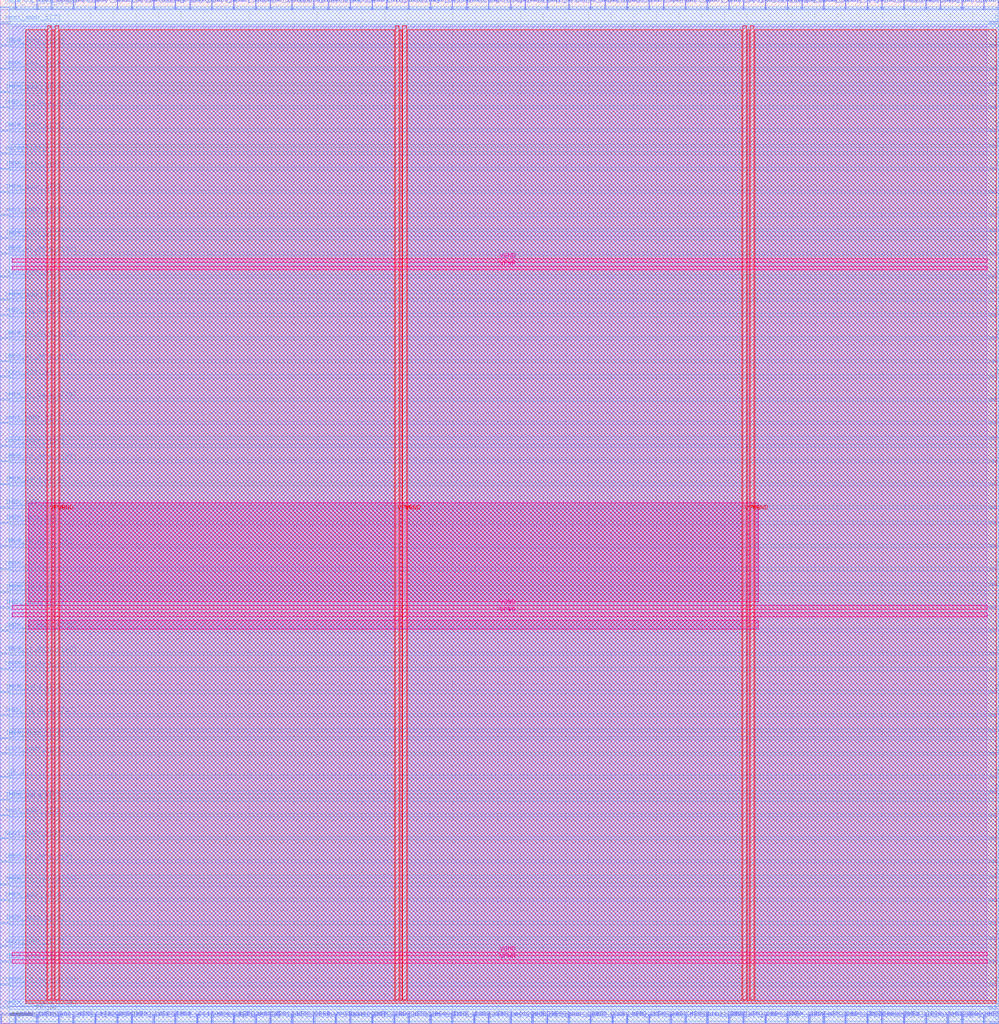
<source format=lef>
VERSION 5.7 ;
  NOWIREEXTENSIONATPIN ON ;
  DIVIDERCHAR "/" ;
  BUSBITCHARS "[]" ;
MACRO toast_top
  CLASS BLOCK ;
  FOREIGN toast_top ;
  ORIGIN 0.000 0.000 ;
  SIZE 441.605 BY 452.325 ;
  PIN DMEM_addr_o[0]
    DIRECTION OUTPUT TRISTATE ;
    USE SIGNAL ;
    PORT
      LAYER met2 ;
        RECT 41.950 0.000 42.230 4.000 ;
    END
  END DMEM_addr_o[0]
  PIN DMEM_addr_o[10]
    DIRECTION OUTPUT TRISTATE ;
    USE SIGNAL ;
    PORT
      LAYER met2 ;
        RECT 180.410 448.325 180.690 452.325 ;
    END
  END DMEM_addr_o[10]
  PIN DMEM_addr_o[11]
    DIRECTION OUTPUT TRISTATE ;
    USE SIGNAL ;
    PORT
      LAYER met2 ;
        RECT 144.990 448.325 145.270 452.325 ;
    END
  END DMEM_addr_o[11]
  PIN DMEM_addr_o[12]
    DIRECTION OUTPUT TRISTATE ;
    USE SIGNAL ;
    PORT
      LAYER met2 ;
        RECT 209.390 0.000 209.670 4.000 ;
    END
  END DMEM_addr_o[12]
  PIN DMEM_addr_o[13]
    DIRECTION OUTPUT TRISTATE ;
    USE SIGNAL ;
    PORT
      LAYER met2 ;
        RECT 363.950 0.000 364.230 4.000 ;
    END
  END DMEM_addr_o[13]
  PIN DMEM_addr_o[14]
    DIRECTION OUTPUT TRISTATE ;
    USE SIGNAL ;
    PORT
      LAYER met3 ;
        RECT 437.605 81.640 441.605 82.240 ;
    END
  END DMEM_addr_o[14]
  PIN DMEM_addr_o[15]
    DIRECTION OUTPUT TRISTATE ;
    USE SIGNAL ;
    PORT
      LAYER met3 ;
        RECT 0.000 421.640 4.000 422.240 ;
    END
  END DMEM_addr_o[15]
  PIN DMEM_addr_o[16]
    DIRECTION OUTPUT TRISTATE ;
    USE SIGNAL ;
    PORT
      LAYER met3 ;
        RECT 0.000 54.440 4.000 55.040 ;
    END
  END DMEM_addr_o[16]
  PIN DMEM_addr_o[17]
    DIRECTION OUTPUT TRISTATE ;
    USE SIGNAL ;
    PORT
      LAYER met3 ;
        RECT 437.605 27.240 441.605 27.840 ;
    END
  END DMEM_addr_o[17]
  PIN DMEM_addr_o[18]
    DIRECTION OUTPUT TRISTATE ;
    USE SIGNAL ;
    PORT
      LAYER met2 ;
        RECT 93.470 448.325 93.750 452.325 ;
    END
  END DMEM_addr_o[18]
  PIN DMEM_addr_o[19]
    DIRECTION OUTPUT TRISTATE ;
    USE SIGNAL ;
    PORT
      LAYER met3 ;
        RECT 437.605 248.240 441.605 248.840 ;
    END
  END DMEM_addr_o[19]
  PIN DMEM_addr_o[1]
    DIRECTION OUTPUT TRISTATE ;
    USE SIGNAL ;
    PORT
      LAYER met3 ;
        RECT 437.605 340.040 441.605 340.640 ;
    END
  END DMEM_addr_o[1]
  PIN DMEM_addr_o[20]
    DIRECTION OUTPUT TRISTATE ;
    USE SIGNAL ;
    PORT
      LAYER met2 ;
        RECT 338.190 0.000 338.470 4.000 ;
    END
  END DMEM_addr_o[20]
  PIN DMEM_addr_o[21]
    DIRECTION OUTPUT TRISTATE ;
    USE SIGNAL ;
    PORT
      LAYER met3 ;
        RECT 0.000 319.640 4.000 320.240 ;
    END
  END DMEM_addr_o[21]
  PIN DMEM_addr_o[22]
    DIRECTION OUTPUT TRISTATE ;
    USE SIGNAL ;
    PORT
      LAYER met2 ;
        RECT 347.850 0.000 348.130 4.000 ;
    END
  END DMEM_addr_o[22]
  PIN DMEM_addr_o[23]
    DIRECTION OUTPUT TRISTATE ;
    USE SIGNAL ;
    PORT
      LAYER met2 ;
        RECT 148.210 0.000 148.490 4.000 ;
    END
  END DMEM_addr_o[23]
  PIN DMEM_addr_o[24]
    DIRECTION OUTPUT TRISTATE ;
    USE SIGNAL ;
    PORT
      LAYER met2 ;
        RECT 277.010 448.325 277.290 452.325 ;
    END
  END DMEM_addr_o[24]
  PIN DMEM_addr_o[25]
    DIRECTION OUTPUT TRISTATE ;
    USE SIGNAL ;
    PORT
      LAYER met3 ;
        RECT 0.000 394.440 4.000 395.040 ;
    END
  END DMEM_addr_o[25]
  PIN DMEM_addr_o[26]
    DIRECTION OUTPUT TRISTATE ;
    USE SIGNAL ;
    PORT
      LAYER met2 ;
        RECT 434.790 448.325 435.070 452.325 ;
    END
  END DMEM_addr_o[26]
  PIN DMEM_addr_o[27]
    DIRECTION OUTPUT TRISTATE ;
    USE SIGNAL ;
    PORT
      LAYER met2 ;
        RECT 418.690 0.000 418.970 4.000 ;
    END
  END DMEM_addr_o[27]
  PIN DMEM_addr_o[28]
    DIRECTION OUTPUT TRISTATE ;
    USE SIGNAL ;
    PORT
      LAYER met2 ;
        RECT 138.550 448.325 138.830 452.325 ;
    END
  END DMEM_addr_o[28]
  PIN DMEM_addr_o[29]
    DIRECTION OUTPUT TRISTATE ;
    USE SIGNAL ;
    PORT
      LAYER met3 ;
        RECT 437.605 129.240 441.605 129.840 ;
    END
  END DMEM_addr_o[29]
  PIN DMEM_addr_o[2]
    DIRECTION OUTPUT TRISTATE ;
    USE SIGNAL ;
    PORT
      LAYER met2 ;
        RECT 277.010 0.000 277.290 4.000 ;
    END
  END DMEM_addr_o[2]
  PIN DMEM_addr_o[30]
    DIRECTION OUTPUT TRISTATE ;
    USE SIGNAL ;
    PORT
      LAYER met3 ;
        RECT 437.605 238.040 441.605 238.640 ;
    END
  END DMEM_addr_o[30]
  PIN DMEM_addr_o[31]
    DIRECTION OUTPUT TRISTATE ;
    USE SIGNAL ;
    PORT
      LAYER met2 ;
        RECT 83.810 448.325 84.090 452.325 ;
    END
  END DMEM_addr_o[31]
  PIN DMEM_addr_o[3]
    DIRECTION OUTPUT TRISTATE ;
    USE SIGNAL ;
    PORT
      LAYER met2 ;
        RECT 22.630 448.325 22.910 452.325 ;
    END
  END DMEM_addr_o[3]
  PIN DMEM_addr_o[4]
    DIRECTION OUTPUT TRISTATE ;
    USE SIGNAL ;
    PORT
      LAYER met2 ;
        RECT 363.950 448.325 364.230 452.325 ;
    END
  END DMEM_addr_o[4]
  PIN DMEM_addr_o[5]
    DIRECTION OUTPUT TRISTATE ;
    USE SIGNAL ;
    PORT
      LAYER met2 ;
        RECT 260.910 0.000 261.190 4.000 ;
    END
  END DMEM_addr_o[5]
  PIN DMEM_addr_o[6]
    DIRECTION OUTPUT TRISTATE ;
    USE SIGNAL ;
    PORT
      LAYER met3 ;
        RECT 437.605 404.640 441.605 405.240 ;
    END
  END DMEM_addr_o[6]
  PIN DMEM_addr_o[7]
    DIRECTION OUTPUT TRISTATE ;
    USE SIGNAL ;
    PORT
      LAYER met3 ;
        RECT 437.605 350.240 441.605 350.840 ;
    END
  END DMEM_addr_o[7]
  PIN DMEM_addr_o[8]
    DIRECTION OUTPUT TRISTATE ;
    USE SIGNAL ;
    PORT
      LAYER met3 ;
        RECT 437.605 183.640 441.605 184.240 ;
    END
  END DMEM_addr_o[8]
  PIN DMEM_addr_o[9]
    DIRECTION OUTPUT TRISTATE ;
    USE SIGNAL ;
    PORT
      LAYER met3 ;
        RECT 437.605 146.240 441.605 146.840 ;
    END
  END DMEM_addr_o[9]
  PIN DMEM_rd_data_i[0]
    DIRECTION INPUT ;
    USE SIGNAL ;
    PORT
      LAYER met2 ;
        RECT 164.310 448.325 164.590 452.325 ;
    END
  END DMEM_rd_data_i[0]
  PIN DMEM_rd_data_i[10]
    DIRECTION INPUT ;
    USE SIGNAL ;
    PORT
      LAYER met2 ;
        RECT 215.830 448.325 216.110 452.325 ;
    END
  END DMEM_rd_data_i[10]
  PIN DMEM_rd_data_i[11]
    DIRECTION INPUT ;
    USE SIGNAL ;
    PORT
      LAYER met2 ;
        RECT 389.710 448.325 389.990 452.325 ;
    END
  END DMEM_rd_data_i[11]
  PIN DMEM_rd_data_i[12]
    DIRECTION INPUT ;
    USE SIGNAL ;
    PORT
      LAYER met3 ;
        RECT 437.605 54.440 441.605 55.040 ;
    END
  END DMEM_rd_data_i[12]
  PIN DMEM_rd_data_i[13]
    DIRECTION INPUT ;
    USE SIGNAL ;
    PORT
      LAYER met2 ;
        RECT 328.530 448.325 328.810 452.325 ;
    END
  END DMEM_rd_data_i[13]
  PIN DMEM_rd_data_i[14]
    DIRECTION INPUT ;
    USE SIGNAL ;
    PORT
      LAYER met3 ;
        RECT 0.000 312.840 4.000 313.440 ;
    END
  END DMEM_rd_data_i[14]
  PIN DMEM_rd_data_i[15]
    DIRECTION INPUT ;
    USE SIGNAL ;
    PORT
      LAYER met2 ;
        RECT 383.270 448.325 383.550 452.325 ;
    END
  END DMEM_rd_data_i[15]
  PIN DMEM_rd_data_i[16]
    DIRECTION INPUT ;
    USE SIGNAL ;
    PORT
      LAYER met2 ;
        RECT 296.330 0.000 296.610 4.000 ;
    END
  END DMEM_rd_data_i[16]
  PIN DMEM_rd_data_i[17]
    DIRECTION INPUT ;
    USE SIGNAL ;
    PORT
      LAYER met3 ;
        RECT 0.000 136.040 4.000 136.640 ;
    END
  END DMEM_rd_data_i[17]
  PIN DMEM_rd_data_i[18]
    DIRECTION INPUT ;
    USE SIGNAL ;
    PORT
      LAYER met3 ;
        RECT 0.000 17.040 4.000 17.640 ;
    END
  END DMEM_rd_data_i[18]
  PIN DMEM_rd_data_i[19]
    DIRECTION INPUT ;
    USE SIGNAL ;
    PORT
      LAYER met2 ;
        RECT 235.150 0.000 235.430 4.000 ;
    END
  END DMEM_rd_data_i[19]
  PIN DMEM_rd_data_i[1]
    DIRECTION INPUT ;
    USE SIGNAL ;
    PORT
      LAYER met2 ;
        RECT 128.890 0.000 129.170 4.000 ;
    END
  END DMEM_rd_data_i[1]
  PIN DMEM_rd_data_i[20]
    DIRECTION INPUT ;
    USE SIGNAL ;
    PORT
      LAYER met3 ;
        RECT 437.605 227.840 441.605 228.440 ;
    END
  END DMEM_rd_data_i[20]
  PIN DMEM_rd_data_i[21]
    DIRECTION INPUT ;
    USE SIGNAL ;
    PORT
      LAYER met3 ;
        RECT 437.605 431.840 441.605 432.440 ;
    END
  END DMEM_rd_data_i[21]
  PIN DMEM_rd_data_i[22]
    DIRECTION INPUT ;
    USE SIGNAL ;
    PORT
      LAYER met2 ;
        RECT 347.850 448.325 348.130 452.325 ;
    END
  END DMEM_rd_data_i[22]
  PIN DMEM_rd_data_i[23]
    DIRECTION INPUT ;
    USE SIGNAL ;
    PORT
      LAYER met3 ;
        RECT 0.000 448.840 4.000 449.440 ;
    END
  END DMEM_rd_data_i[23]
  PIN DMEM_rd_data_i[24]
    DIRECTION INPUT ;
    USE SIGNAL ;
    PORT
      LAYER met2 ;
        RECT 170.750 448.325 171.030 452.325 ;
    END
  END DMEM_rd_data_i[24]
  PIN DMEM_rd_data_i[25]
    DIRECTION INPUT ;
    USE SIGNAL ;
    PORT
      LAYER met2 ;
        RECT 434.790 0.000 435.070 4.000 ;
    END
  END DMEM_rd_data_i[25]
  PIN DMEM_rd_data_i[26]
    DIRECTION INPUT ;
    USE SIGNAL ;
    PORT
      LAYER met3 ;
        RECT 0.000 302.640 4.000 303.240 ;
    END
  END DMEM_rd_data_i[26]
  PIN DMEM_rd_data_i[27]
    DIRECTION INPUT ;
    USE SIGNAL ;
    PORT
      LAYER met3 ;
        RECT 0.000 248.240 4.000 248.840 ;
    END
  END DMEM_rd_data_i[27]
  PIN DMEM_rd_data_i[28]
    DIRECTION INPUT ;
    USE SIGNAL ;
    PORT
      LAYER met3 ;
        RECT 437.605 119.040 441.605 119.640 ;
    END
  END DMEM_rd_data_i[28]
  PIN DMEM_rd_data_i[29]
    DIRECTION INPUT ;
    USE SIGNAL ;
    PORT
      LAYER met3 ;
        RECT 0.000 6.840 4.000 7.440 ;
    END
  END DMEM_rd_data_i[29]
  PIN DMEM_rd_data_i[2]
    DIRECTION INPUT ;
    USE SIGNAL ;
    PORT
      LAYER met3 ;
        RECT 437.605 367.240 441.605 367.840 ;
    END
  END DMEM_rd_data_i[2]
  PIN DMEM_rd_data_i[30]
    DIRECTION INPUT ;
    USE SIGNAL ;
    PORT
      LAYER met3 ;
        RECT 0.000 61.240 4.000 61.840 ;
    END
  END DMEM_rd_data_i[30]
  PIN DMEM_rd_data_i[31]
    DIRECTION INPUT ;
    USE SIGNAL ;
    PORT
      LAYER met2 ;
        RECT 103.130 448.325 103.410 452.325 ;
    END
  END DMEM_rd_data_i[31]
  PIN DMEM_rd_data_i[3]
    DIRECTION INPUT ;
    USE SIGNAL ;
    PORT
      LAYER met2 ;
        RECT 93.470 0.000 93.750 4.000 ;
    END
  END DMEM_rd_data_i[3]
  PIN DMEM_rd_data_i[4]
    DIRECTION INPUT ;
    USE SIGNAL ;
    PORT
      LAYER met2 ;
        RECT 119.230 448.325 119.510 452.325 ;
    END
  END DMEM_rd_data_i[4]
  PIN DMEM_rd_data_i[5]
    DIRECTION INPUT ;
    USE SIGNAL ;
    PORT
      LAYER met2 ;
        RECT 399.370 0.000 399.650 4.000 ;
    END
  END DMEM_rd_data_i[5]
  PIN DMEM_rd_data_i[6]
    DIRECTION INPUT ;
    USE SIGNAL ;
    PORT
      LAYER met2 ;
        RECT 215.830 0.000 216.110 4.000 ;
    END
  END DMEM_rd_data_i[6]
  PIN DMEM_rd_data_i[7]
    DIRECTION INPUT ;
    USE SIGNAL ;
    PORT
      LAYER met2 ;
        RECT 128.890 448.325 129.170 452.325 ;
    END
  END DMEM_rd_data_i[7]
  PIN DMEM_rd_data_i[8]
    DIRECTION INPUT ;
    USE SIGNAL ;
    PORT
      LAYER met3 ;
        RECT 0.000 210.840 4.000 211.440 ;
    END
  END DMEM_rd_data_i[8]
  PIN DMEM_rd_data_i[9]
    DIRECTION INPUT ;
    USE SIGNAL ;
    PORT
      LAYER met2 ;
        RECT 32.290 0.000 32.570 4.000 ;
    END
  END DMEM_rd_data_i[9]
  PIN DMEM_rst_o
    DIRECTION OUTPUT TRISTATE ;
    USE SIGNAL ;
    PORT
      LAYER met3 ;
        RECT 0.000 200.640 4.000 201.240 ;
    END
  END DMEM_rst_o
  PIN DMEM_wr_byte_en_o[0]
    DIRECTION OUTPUT TRISTATE ;
    USE SIGNAL ;
    PORT
      LAYER met3 ;
        RECT 437.605 6.840 441.605 7.440 ;
    END
  END DMEM_wr_byte_en_o[0]
  PIN DMEM_wr_byte_en_o[1]
    DIRECTION OUTPUT TRISTATE ;
    USE SIGNAL ;
    PORT
      LAYER met3 ;
        RECT 437.605 265.240 441.605 265.840 ;
    END
  END DMEM_wr_byte_en_o[1]
  PIN DMEM_wr_byte_en_o[2]
    DIRECTION OUTPUT TRISTATE ;
    USE SIGNAL ;
    PORT
      LAYER met2 ;
        RECT 77.370 0.000 77.650 4.000 ;
    END
  END DMEM_wr_byte_en_o[2]
  PIN DMEM_wr_byte_en_o[3]
    DIRECTION OUTPUT TRISTATE ;
    USE SIGNAL ;
    PORT
      LAYER met2 ;
        RECT 322.090 448.325 322.370 452.325 ;
    END
  END DMEM_wr_byte_en_o[3]
  PIN DMEM_wr_data_o[0]
    DIRECTION OUTPUT TRISTATE ;
    USE SIGNAL ;
    PORT
      LAYER met2 ;
        RECT 112.790 448.325 113.070 452.325 ;
    END
  END DMEM_wr_data_o[0]
  PIN DMEM_wr_data_o[10]
    DIRECTION OUTPUT TRISTATE ;
    USE SIGNAL ;
    PORT
      LAYER met3 ;
        RECT 437.605 442.040 441.605 442.640 ;
    END
  END DMEM_wr_data_o[10]
  PIN DMEM_wr_data_o[11]
    DIRECTION OUTPUT TRISTATE ;
    USE SIGNAL ;
    PORT
      LAYER met3 ;
        RECT 0.000 156.440 4.000 157.040 ;
    END
  END DMEM_wr_data_o[11]
  PIN DMEM_wr_data_o[12]
    DIRECTION OUTPUT TRISTATE ;
    USE SIGNAL ;
    PORT
      LAYER met3 ;
        RECT 0.000 340.040 4.000 340.640 ;
    END
  END DMEM_wr_data_o[12]
  PIN DMEM_wr_data_o[13]
    DIRECTION OUTPUT TRISTATE ;
    USE SIGNAL ;
    PORT
      LAYER met3 ;
        RECT 437.605 275.440 441.605 276.040 ;
    END
  END DMEM_wr_data_o[13]
  PIN DMEM_wr_data_o[14]
    DIRECTION OUTPUT TRISTATE ;
    USE SIGNAL ;
    PORT
      LAYER met3 ;
        RECT 437.605 387.640 441.605 388.240 ;
    END
  END DMEM_wr_data_o[14]
  PIN DMEM_wr_data_o[15]
    DIRECTION OUTPUT TRISTATE ;
    USE SIGNAL ;
    PORT
      LAYER met3 ;
        RECT 437.605 102.040 441.605 102.640 ;
    END
  END DMEM_wr_data_o[15]
  PIN DMEM_wr_data_o[16]
    DIRECTION OUTPUT TRISTATE ;
    USE SIGNAL ;
    PORT
      LAYER met2 ;
        RECT 357.510 0.000 357.790 4.000 ;
    END
  END DMEM_wr_data_o[16]
  PIN DMEM_wr_data_o[17]
    DIRECTION OUTPUT TRISTATE ;
    USE SIGNAL ;
    PORT
      LAYER met3 ;
        RECT 0.000 292.440 4.000 293.040 ;
    END
  END DMEM_wr_data_o[17]
  PIN DMEM_wr_data_o[18]
    DIRECTION OUTPUT TRISTATE ;
    USE SIGNAL ;
    PORT
      LAYER met3 ;
        RECT 437.605 71.440 441.605 72.040 ;
    END
  END DMEM_wr_data_o[18]
  PIN DMEM_wr_data_o[19]
    DIRECTION OUTPUT TRISTATE ;
    USE SIGNAL ;
    PORT
      LAYER met3 ;
        RECT 0.000 275.440 4.000 276.040 ;
    END
  END DMEM_wr_data_o[19]
  PIN DMEM_wr_data_o[1]
    DIRECTION OUTPUT TRISTATE ;
    USE SIGNAL ;
    PORT
      LAYER met3 ;
        RECT 437.605 156.440 441.605 157.040 ;
    END
  END DMEM_wr_data_o[1]
  PIN DMEM_wr_data_o[20]
    DIRECTION OUTPUT TRISTATE ;
    USE SIGNAL ;
    PORT
      LAYER met3 ;
        RECT 0.000 163.240 4.000 163.840 ;
    END
  END DMEM_wr_data_o[20]
  PIN DMEM_wr_data_o[21]
    DIRECTION OUTPUT TRISTATE ;
    USE SIGNAL ;
    PORT
      LAYER met3 ;
        RECT 437.605 258.440 441.605 259.040 ;
    END
  END DMEM_wr_data_o[21]
  PIN DMEM_wr_data_o[22]
    DIRECTION OUTPUT TRISTATE ;
    USE SIGNAL ;
    PORT
      LAYER met2 ;
        RECT 441.230 448.325 441.510 452.325 ;
    END
  END DMEM_wr_data_o[22]
  PIN DMEM_wr_data_o[23]
    DIRECTION OUTPUT TRISTATE ;
    USE SIGNAL ;
    PORT
      LAYER met2 ;
        RECT 338.190 448.325 338.470 452.325 ;
    END
  END DMEM_wr_data_o[23]
  PIN DMEM_wr_data_o[24]
    DIRECTION OUTPUT TRISTATE ;
    USE SIGNAL ;
    PORT
      LAYER met2 ;
        RECT 138.550 0.000 138.830 4.000 ;
    END
  END DMEM_wr_data_o[24]
  PIN DMEM_wr_data_o[25]
    DIRECTION OUTPUT TRISTATE ;
    USE SIGNAL ;
    PORT
      LAYER met3 ;
        RECT 0.000 173.440 4.000 174.040 ;
    END
  END DMEM_wr_data_o[25]
  PIN DMEM_wr_data_o[26]
    DIRECTION OUTPUT TRISTATE ;
    USE SIGNAL ;
    PORT
      LAYER met3 ;
        RECT 0.000 404.640 4.000 405.240 ;
    END
  END DMEM_wr_data_o[26]
  PIN DMEM_wr_data_o[27]
    DIRECTION OUTPUT TRISTATE ;
    USE SIGNAL ;
    PORT
      LAYER met2 ;
        RECT 251.250 448.325 251.530 452.325 ;
    END
  END DMEM_wr_data_o[27]
  PIN DMEM_wr_data_o[28]
    DIRECTION OUTPUT TRISTATE ;
    USE SIGNAL ;
    PORT
      LAYER met2 ;
        RECT 373.610 448.325 373.890 452.325 ;
    END
  END DMEM_wr_data_o[28]
  PIN DMEM_wr_data_o[29]
    DIRECTION OUTPUT TRISTATE ;
    USE SIGNAL ;
    PORT
      LAYER met2 ;
        RECT 58.050 448.325 58.330 452.325 ;
    END
  END DMEM_wr_data_o[29]
  PIN DMEM_wr_data_o[2]
    DIRECTION OUTPUT TRISTATE ;
    USE SIGNAL ;
    PORT
      LAYER met2 ;
        RECT 190.070 448.325 190.350 452.325 ;
    END
  END DMEM_wr_data_o[2]
  PIN DMEM_wr_data_o[30]
    DIRECTION OUTPUT TRISTATE ;
    USE SIGNAL ;
    PORT
      LAYER met3 ;
        RECT 437.605 323.040 441.605 323.640 ;
    END
  END DMEM_wr_data_o[30]
  PIN DMEM_wr_data_o[31]
    DIRECTION OUTPUT TRISTATE ;
    USE SIGNAL ;
    PORT
      LAYER met2 ;
        RECT 241.590 448.325 241.870 452.325 ;
    END
  END DMEM_wr_data_o[31]
  PIN DMEM_wr_data_o[3]
    DIRECTION OUTPUT TRISTATE ;
    USE SIGNAL ;
    PORT
      LAYER met2 ;
        RECT 322.090 0.000 322.370 4.000 ;
    END
  END DMEM_wr_data_o[3]
  PIN DMEM_wr_data_o[4]
    DIRECTION OUTPUT TRISTATE ;
    USE SIGNAL ;
    PORT
      LAYER met3 ;
        RECT 437.605 357.040 441.605 357.640 ;
    END
  END DMEM_wr_data_o[4]
  PIN DMEM_wr_data_o[5]
    DIRECTION OUTPUT TRISTATE ;
    USE SIGNAL ;
    PORT
      LAYER met2 ;
        RECT 373.610 0.000 373.890 4.000 ;
    END
  END DMEM_wr_data_o[5]
  PIN DMEM_wr_data_o[6]
    DIRECTION OUTPUT TRISTATE ;
    USE SIGNAL ;
    PORT
      LAYER met2 ;
        RECT 51.610 448.325 51.890 452.325 ;
    END
  END DMEM_wr_data_o[6]
  PIN DMEM_wr_data_o[7]
    DIRECTION OUTPUT TRISTATE ;
    USE SIGNAL ;
    PORT
      LAYER met3 ;
        RECT 437.605 292.440 441.605 293.040 ;
    END
  END DMEM_wr_data_o[7]
  PIN DMEM_wr_data_o[8]
    DIRECTION OUTPUT TRISTATE ;
    USE SIGNAL ;
    PORT
      LAYER met3 ;
        RECT 437.605 414.840 441.605 415.440 ;
    END
  END DMEM_wr_data_o[8]
  PIN DMEM_wr_data_o[9]
    DIRECTION OUTPUT TRISTATE ;
    USE SIGNAL ;
    PORT
      LAYER met3 ;
        RECT 0.000 71.440 4.000 72.040 ;
    END
  END DMEM_wr_data_o[9]
  PIN IMEM_addr_o[0]
    DIRECTION OUTPUT TRISTATE ;
    USE SIGNAL ;
    PORT
      LAYER met3 ;
        RECT 0.000 27.240 4.000 27.840 ;
    END
  END IMEM_addr_o[0]
  PIN IMEM_addr_o[10]
    DIRECTION OUTPUT TRISTATE ;
    USE SIGNAL ;
    PORT
      LAYER met2 ;
        RECT 16.190 448.325 16.470 452.325 ;
    END
  END IMEM_addr_o[10]
  PIN IMEM_addr_o[11]
    DIRECTION OUTPUT TRISTATE ;
    USE SIGNAL ;
    PORT
      LAYER met3 ;
        RECT 0.000 227.840 4.000 228.440 ;
    END
  END IMEM_addr_o[11]
  PIN IMEM_addr_o[12]
    DIRECTION OUTPUT TRISTATE ;
    USE SIGNAL ;
    PORT
      LAYER met2 ;
        RECT 180.410 0.000 180.690 4.000 ;
    END
  END IMEM_addr_o[12]
  PIN IMEM_addr_o[13]
    DIRECTION OUTPUT TRISTATE ;
    USE SIGNAL ;
    PORT
      LAYER met3 ;
        RECT 437.605 37.440 441.605 38.040 ;
    END
  END IMEM_addr_o[13]
  PIN IMEM_addr_o[14]
    DIRECTION OUTPUT TRISTATE ;
    USE SIGNAL ;
    PORT
      LAYER met3 ;
        RECT 0.000 411.440 4.000 412.040 ;
    END
  END IMEM_addr_o[14]
  PIN IMEM_addr_o[15]
    DIRECTION OUTPUT TRISTATE ;
    USE SIGNAL ;
    PORT
      LAYER met2 ;
        RECT 286.670 0.000 286.950 4.000 ;
    END
  END IMEM_addr_o[15]
  PIN IMEM_addr_o[16]
    DIRECTION OUTPUT TRISTATE ;
    USE SIGNAL ;
    PORT
      LAYER met2 ;
        RECT 267.350 448.325 267.630 452.325 ;
    END
  END IMEM_addr_o[16]
  PIN IMEM_addr_o[17]
    DIRECTION OUTPUT TRISTATE ;
    USE SIGNAL ;
    PORT
      LAYER met2 ;
        RECT 286.670 448.325 286.950 452.325 ;
    END
  END IMEM_addr_o[17]
  PIN IMEM_addr_o[18]
    DIRECTION OUTPUT TRISTATE ;
    USE SIGNAL ;
    PORT
      LAYER met2 ;
        RECT 173.970 0.000 174.250 4.000 ;
    END
  END IMEM_addr_o[18]
  PIN IMEM_addr_o[19]
    DIRECTION OUTPUT TRISTATE ;
    USE SIGNAL ;
    PORT
      LAYER met2 ;
        RECT 231.930 448.325 232.210 452.325 ;
    END
  END IMEM_addr_o[19]
  PIN IMEM_addr_o[1]
    DIRECTION OUTPUT TRISTATE ;
    USE SIGNAL ;
    PORT
      LAYER met2 ;
        RECT 383.270 0.000 383.550 4.000 ;
    END
  END IMEM_addr_o[1]
  PIN IMEM_addr_o[20]
    DIRECTION OUTPUT TRISTATE ;
    USE SIGNAL ;
    PORT
      LAYER met2 ;
        RECT 415.470 448.325 415.750 452.325 ;
    END
  END IMEM_addr_o[20]
  PIN IMEM_addr_o[21]
    DIRECTION OUTPUT TRISTATE ;
    USE SIGNAL ;
    PORT
      LAYER met2 ;
        RECT 164.310 0.000 164.590 4.000 ;
    END
  END IMEM_addr_o[21]
  PIN IMEM_addr_o[22]
    DIRECTION OUTPUT TRISTATE ;
    USE SIGNAL ;
    PORT
      LAYER met3 ;
        RECT 0.000 346.840 4.000 347.440 ;
    END
  END IMEM_addr_o[22]
  PIN IMEM_addr_o[23]
    DIRECTION OUTPUT TRISTATE ;
    USE SIGNAL ;
    PORT
      LAYER met3 ;
        RECT 0.000 377.440 4.000 378.040 ;
    END
  END IMEM_addr_o[23]
  PIN IMEM_addr_o[24]
    DIRECTION OUTPUT TRISTATE ;
    USE SIGNAL ;
    PORT
      LAYER met3 ;
        RECT 437.605 64.640 441.605 65.240 ;
    END
  END IMEM_addr_o[24]
  PIN IMEM_addr_o[25]
    DIRECTION OUTPUT TRISTATE ;
    USE SIGNAL ;
    PORT
      LAYER met3 ;
        RECT 437.605 193.840 441.605 194.440 ;
    END
  END IMEM_addr_o[25]
  PIN IMEM_addr_o[26]
    DIRECTION OUTPUT TRISTATE ;
    USE SIGNAL ;
    PORT
      LAYER met2 ;
        RECT 119.230 0.000 119.510 4.000 ;
    END
  END IMEM_addr_o[26]
  PIN IMEM_addr_o[27]
    DIRECTION OUTPUT TRISTATE ;
    USE SIGNAL ;
    PORT
      LAYER met3 ;
        RECT 437.605 285.640 441.605 286.240 ;
    END
  END IMEM_addr_o[27]
  PIN IMEM_addr_o[28]
    DIRECTION OUTPUT TRISTATE ;
    USE SIGNAL ;
    PORT
      LAYER met3 ;
        RECT 437.605 17.040 441.605 17.640 ;
    END
  END IMEM_addr_o[28]
  PIN IMEM_addr_o[29]
    DIRECTION OUTPUT TRISTATE ;
    USE SIGNAL ;
    PORT
      LAYER met2 ;
        RECT 32.290 448.325 32.570 452.325 ;
    END
  END IMEM_addr_o[29]
  PIN IMEM_addr_o[2]
    DIRECTION OUTPUT TRISTATE ;
    USE SIGNAL ;
    PORT
      LAYER met3 ;
        RECT 0.000 367.240 4.000 367.840 ;
    END
  END IMEM_addr_o[2]
  PIN IMEM_addr_o[30]
    DIRECTION OUTPUT TRISTATE ;
    USE SIGNAL ;
    PORT
      LAYER met2 ;
        RECT 241.590 0.000 241.870 4.000 ;
    END
  END IMEM_addr_o[30]
  PIN IMEM_addr_o[31]
    DIRECTION OUTPUT TRISTATE ;
    USE SIGNAL ;
    PORT
      LAYER met2 ;
        RECT 103.130 0.000 103.410 4.000 ;
    END
  END IMEM_addr_o[31]
  PIN IMEM_addr_o[3]
    DIRECTION OUTPUT TRISTATE ;
    USE SIGNAL ;
    PORT
      LAYER met2 ;
        RECT 16.190 0.000 16.470 4.000 ;
    END
  END IMEM_addr_o[3]
  PIN IMEM_addr_o[4]
    DIRECTION OUTPUT TRISTATE ;
    USE SIGNAL ;
    PORT
      LAYER met2 ;
        RECT 328.530 0.000 328.810 4.000 ;
    END
  END IMEM_addr_o[4]
  PIN IMEM_addr_o[5]
    DIRECTION OUTPUT TRISTATE ;
    USE SIGNAL ;
    PORT
      LAYER met2 ;
        RECT 425.130 0.000 425.410 4.000 ;
    END
  END IMEM_addr_o[5]
  PIN IMEM_addr_o[6]
    DIRECTION OUTPUT TRISTATE ;
    USE SIGNAL ;
    PORT
      LAYER met2 ;
        RECT 399.370 448.325 399.650 452.325 ;
    END
  END IMEM_addr_o[6]
  PIN IMEM_addr_o[7]
    DIRECTION OUTPUT TRISTATE ;
    USE SIGNAL ;
    PORT
      LAYER met3 ;
        RECT 437.605 200.640 441.605 201.240 ;
    END
  END IMEM_addr_o[7]
  PIN IMEM_addr_o[8]
    DIRECTION OUTPUT TRISTATE ;
    USE SIGNAL ;
    PORT
      LAYER met2 ;
        RECT 154.650 448.325 154.930 452.325 ;
    END
  END IMEM_addr_o[8]
  PIN IMEM_addr_o[9]
    DIRECTION OUTPUT TRISTATE ;
    USE SIGNAL ;
    PORT
      LAYER met2 ;
        RECT 225.490 448.325 225.770 452.325 ;
    END
  END IMEM_addr_o[9]
  PIN IMEM_data_i[0]
    DIRECTION INPUT ;
    USE SIGNAL ;
    PORT
      LAYER met3 ;
        RECT 0.000 221.040 4.000 221.640 ;
    END
  END IMEM_data_i[0]
  PIN IMEM_data_i[10]
    DIRECTION INPUT ;
    USE SIGNAL ;
    PORT
      LAYER met3 ;
        RECT 0.000 238.040 4.000 238.640 ;
    END
  END IMEM_data_i[10]
  PIN IMEM_data_i[11]
    DIRECTION INPUT ;
    USE SIGNAL ;
    PORT
      LAYER met2 ;
        RECT 67.710 0.000 67.990 4.000 ;
    END
  END IMEM_data_i[11]
  PIN IMEM_data_i[12]
    DIRECTION INPUT ;
    USE SIGNAL ;
    PORT
      LAYER met3 ;
        RECT 0.000 146.240 4.000 146.840 ;
    END
  END IMEM_data_i[12]
  PIN IMEM_data_i[13]
    DIRECTION INPUT ;
    USE SIGNAL ;
    PORT
      LAYER met2 ;
        RECT 199.730 0.000 200.010 4.000 ;
    END
  END IMEM_data_i[13]
  PIN IMEM_data_i[14]
    DIRECTION INPUT ;
    USE SIGNAL ;
    PORT
      LAYER met3 ;
        RECT 437.605 394.440 441.605 395.040 ;
    END
  END IMEM_data_i[14]
  PIN IMEM_data_i[15]
    DIRECTION INPUT ;
    USE SIGNAL ;
    PORT
      LAYER met3 ;
        RECT 0.000 44.240 4.000 44.840 ;
    END
  END IMEM_data_i[15]
  PIN IMEM_data_i[16]
    DIRECTION INPUT ;
    USE SIGNAL ;
    PORT
      LAYER met2 ;
        RECT 260.910 448.325 261.190 452.325 ;
    END
  END IMEM_data_i[16]
  PIN IMEM_data_i[17]
    DIRECTION INPUT ;
    USE SIGNAL ;
    PORT
      LAYER met2 ;
        RECT 51.610 0.000 51.890 4.000 ;
    END
  END IMEM_data_i[17]
  PIN IMEM_data_i[18]
    DIRECTION INPUT ;
    USE SIGNAL ;
    PORT
      LAYER met3 ;
        RECT 437.605 136.040 441.605 136.640 ;
    END
  END IMEM_data_i[18]
  PIN IMEM_data_i[19]
    DIRECTION INPUT ;
    USE SIGNAL ;
    PORT
      LAYER met3 ;
        RECT 0.000 125.840 4.000 126.440 ;
    END
  END IMEM_data_i[19]
  PIN IMEM_data_i[1]
    DIRECTION INPUT ;
    USE SIGNAL ;
    PORT
      LAYER met2 ;
        RECT 77.370 448.325 77.650 452.325 ;
    END
  END IMEM_data_i[1]
  PIN IMEM_data_i[20]
    DIRECTION INPUT ;
    USE SIGNAL ;
    PORT
      LAYER met3 ;
        RECT 437.605 221.040 441.605 221.640 ;
    END
  END IMEM_data_i[20]
  PIN IMEM_data_i[21]
    DIRECTION INPUT ;
    USE SIGNAL ;
    PORT
      LAYER met3 ;
        RECT 0.000 431.840 4.000 432.440 ;
    END
  END IMEM_data_i[21]
  PIN IMEM_data_i[22]
    DIRECTION INPUT ;
    USE SIGNAL ;
    PORT
      LAYER met3 ;
        RECT 0.000 98.640 4.000 99.240 ;
    END
  END IMEM_data_i[22]
  PIN IMEM_data_i[23]
    DIRECTION INPUT ;
    USE SIGNAL ;
    PORT
      LAYER met3 ;
        RECT 437.605 377.440 441.605 378.040 ;
    END
  END IMEM_data_i[23]
  PIN IMEM_data_i[24]
    DIRECTION INPUT ;
    USE SIGNAL ;
    PORT
      LAYER met3 ;
        RECT 0.000 183.640 4.000 184.240 ;
    END
  END IMEM_data_i[24]
  PIN IMEM_data_i[25]
    DIRECTION INPUT ;
    USE SIGNAL ;
    PORT
      LAYER met2 ;
        RECT 112.790 0.000 113.070 4.000 ;
    END
  END IMEM_data_i[25]
  PIN IMEM_data_i[26]
    DIRECTION INPUT ;
    USE SIGNAL ;
    PORT
      LAYER met3 ;
        RECT 437.605 163.240 441.605 163.840 ;
    END
  END IMEM_data_i[26]
  PIN IMEM_data_i[27]
    DIRECTION INPUT ;
    USE SIGNAL ;
    PORT
      LAYER met2 ;
        RECT 302.770 0.000 303.050 4.000 ;
    END
  END IMEM_data_i[27]
  PIN IMEM_data_i[28]
    DIRECTION INPUT ;
    USE SIGNAL ;
    PORT
      LAYER met3 ;
        RECT 437.605 44.240 441.605 44.840 ;
    END
  END IMEM_data_i[28]
  PIN IMEM_data_i[29]
    DIRECTION INPUT ;
    USE SIGNAL ;
    PORT
      LAYER met2 ;
        RECT 6.530 448.325 6.810 452.325 ;
    END
  END IMEM_data_i[29]
  PIN IMEM_data_i[2]
    DIRECTION INPUT ;
    USE SIGNAL ;
    PORT
      LAYER met2 ;
        RECT 389.710 0.000 389.990 4.000 ;
    END
  END IMEM_data_i[2]
  PIN IMEM_data_i[30]
    DIRECTION INPUT ;
    USE SIGNAL ;
    PORT
      LAYER met2 ;
        RECT 58.050 0.000 58.330 4.000 ;
    END
  END IMEM_data_i[30]
  PIN IMEM_data_i[31]
    DIRECTION INPUT ;
    USE SIGNAL ;
    PORT
      LAYER met2 ;
        RECT 190.070 0.000 190.350 4.000 ;
    END
  END IMEM_data_i[31]
  PIN IMEM_data_i[3]
    DIRECTION INPUT ;
    USE SIGNAL ;
    PORT
      LAYER met3 ;
        RECT 437.605 108.840 441.605 109.440 ;
    END
  END IMEM_data_i[3]
  PIN IMEM_data_i[4]
    DIRECTION INPUT ;
    USE SIGNAL ;
    PORT
      LAYER met3 ;
        RECT 437.605 421.640 441.605 422.240 ;
    END
  END IMEM_data_i[4]
  PIN IMEM_data_i[5]
    DIRECTION INPUT ;
    USE SIGNAL ;
    PORT
      LAYER met3 ;
        RECT 437.605 302.640 441.605 303.240 ;
    END
  END IMEM_data_i[5]
  PIN IMEM_data_i[6]
    DIRECTION INPUT ;
    USE SIGNAL ;
    PORT
      LAYER met2 ;
        RECT 409.030 0.000 409.310 4.000 ;
    END
  END IMEM_data_i[6]
  PIN IMEM_data_i[7]
    DIRECTION INPUT ;
    USE SIGNAL ;
    PORT
      LAYER met3 ;
        RECT 0.000 190.440 4.000 191.040 ;
    END
  END IMEM_data_i[7]
  PIN IMEM_data_i[8]
    DIRECTION INPUT ;
    USE SIGNAL ;
    PORT
      LAYER met3 ;
        RECT 437.605 173.440 441.605 174.040 ;
    END
  END IMEM_data_i[8]
  PIN IMEM_data_i[9]
    DIRECTION INPUT ;
    USE SIGNAL ;
    PORT
      LAYER met2 ;
        RECT 6.530 0.000 6.810 4.000 ;
    END
  END IMEM_data_i[9]
  PIN VGND
    DIRECTION INOUT ;
    USE GROUND ;
    PORT
      LAYER met4 ;
        RECT 24.340 10.640 25.940 440.880 ;
    END
    PORT
      LAYER met4 ;
        RECT 177.940 10.640 179.540 440.880 ;
    END
    PORT
      LAYER met4 ;
        RECT 331.540 10.640 333.140 440.880 ;
    END
    PORT
      LAYER met5 ;
        RECT 5.280 30.030 436.320 31.630 ;
    END
    PORT
      LAYER met5 ;
        RECT 5.280 183.210 436.320 184.810 ;
    END
    PORT
      LAYER met5 ;
        RECT 5.280 336.390 436.320 337.990 ;
    END
  END VGND
  PIN VPWR
    DIRECTION INOUT ;
    USE POWER ;
    PORT
      LAYER met4 ;
        RECT 21.040 10.640 22.640 440.880 ;
    END
    PORT
      LAYER met4 ;
        RECT 174.640 10.640 176.240 440.880 ;
    END
    PORT
      LAYER met4 ;
        RECT 328.240 10.640 329.840 440.880 ;
    END
    PORT
      LAYER met5 ;
        RECT 5.280 26.730 436.320 28.330 ;
    END
    PORT
      LAYER met5 ;
        RECT 5.280 179.910 436.320 181.510 ;
    END
    PORT
      LAYER met5 ;
        RECT 5.280 333.090 436.320 334.690 ;
    END
  END VPWR
  PIN boot_addr_i[0]
    DIRECTION INPUT ;
    USE SIGNAL ;
    PORT
      LAYER met3 ;
        RECT 437.605 329.840 441.605 330.440 ;
    END
  END boot_addr_i[0]
  PIN boot_addr_i[10]
    DIRECTION INPUT ;
    USE SIGNAL ;
    PORT
      LAYER met2 ;
        RECT 425.130 448.325 425.410 452.325 ;
    END
  END boot_addr_i[10]
  PIN boot_addr_i[11]
    DIRECTION INPUT ;
    USE SIGNAL ;
    PORT
      LAYER met3 ;
        RECT 437.605 0.040 441.605 0.640 ;
    END
  END boot_addr_i[11]
  PIN boot_addr_i[12]
    DIRECTION INPUT ;
    USE SIGNAL ;
    PORT
      LAYER met2 ;
        RECT 409.030 448.325 409.310 452.325 ;
    END
  END boot_addr_i[12]
  PIN boot_addr_i[13]
    DIRECTION INPUT ;
    USE SIGNAL ;
    PORT
      LAYER met3 ;
        RECT 0.000 265.240 4.000 265.840 ;
    END
  END boot_addr_i[13]
  PIN boot_addr_i[14]
    DIRECTION INPUT ;
    USE SIGNAL ;
    PORT
      LAYER met3 ;
        RECT 0.000 285.640 4.000 286.240 ;
    END
  END boot_addr_i[14]
  PIN boot_addr_i[15]
    DIRECTION INPUT ;
    USE SIGNAL ;
    PORT
      LAYER met2 ;
        RECT 270.570 0.000 270.850 4.000 ;
    END
  END boot_addr_i[15]
  PIN boot_addr_i[16]
    DIRECTION INPUT ;
    USE SIGNAL ;
    PORT
      LAYER met2 ;
        RECT 0.090 0.000 0.370 4.000 ;
    END
  END boot_addr_i[16]
  PIN boot_addr_i[17]
    DIRECTION INPUT ;
    USE SIGNAL ;
    PORT
      LAYER met3 ;
        RECT 0.000 34.040 4.000 34.640 ;
    END
  END boot_addr_i[17]
  PIN boot_addr_i[18]
    DIRECTION INPUT ;
    USE SIGNAL ;
    PORT
      LAYER met3 ;
        RECT 0.000 329.840 4.000 330.440 ;
    END
  END boot_addr_i[18]
  PIN boot_addr_i[19]
    DIRECTION INPUT ;
    USE SIGNAL ;
    PORT
      LAYER met2 ;
        RECT 41.950 448.325 42.230 452.325 ;
    END
  END boot_addr_i[19]
  PIN boot_addr_i[1]
    DIRECTION INPUT ;
    USE SIGNAL ;
    PORT
      LAYER met2 ;
        RECT 206.170 448.325 206.450 452.325 ;
    END
  END boot_addr_i[1]
  PIN boot_addr_i[20]
    DIRECTION INPUT ;
    USE SIGNAL ;
    PORT
      LAYER met3 ;
        RECT 0.000 255.040 4.000 255.640 ;
    END
  END boot_addr_i[20]
  PIN boot_addr_i[21]
    DIRECTION INPUT ;
    USE SIGNAL ;
    PORT
      LAYER met3 ;
        RECT 0.000 119.040 4.000 119.640 ;
    END
  END boot_addr_i[21]
  PIN boot_addr_i[22]
    DIRECTION INPUT ;
    USE SIGNAL ;
    PORT
      LAYER met2 ;
        RECT 25.850 0.000 26.130 4.000 ;
    END
  END boot_addr_i[22]
  PIN boot_addr_i[23]
    DIRECTION INPUT ;
    USE SIGNAL ;
    PORT
      LAYER met2 ;
        RECT 293.110 448.325 293.390 452.325 ;
    END
  END boot_addr_i[23]
  PIN boot_addr_i[24]
    DIRECTION INPUT ;
    USE SIGNAL ;
    PORT
      LAYER met2 ;
        RECT 199.730 448.325 200.010 452.325 ;
    END
  END boot_addr_i[24]
  PIN boot_addr_i[25]
    DIRECTION INPUT ;
    USE SIGNAL ;
    PORT
      LAYER met2 ;
        RECT 225.490 0.000 225.770 4.000 ;
    END
  END boot_addr_i[25]
  PIN boot_addr_i[26]
    DIRECTION INPUT ;
    USE SIGNAL ;
    PORT
      LAYER met2 ;
        RECT 354.290 448.325 354.570 452.325 ;
    END
  END boot_addr_i[26]
  PIN boot_addr_i[27]
    DIRECTION INPUT ;
    USE SIGNAL ;
    PORT
      LAYER met3 ;
        RECT 437.605 91.840 441.605 92.440 ;
    END
  END boot_addr_i[27]
  PIN boot_addr_i[28]
    DIRECTION INPUT ;
    USE SIGNAL ;
    PORT
      LAYER met3 ;
        RECT 0.000 357.040 4.000 357.640 ;
    END
  END boot_addr_i[28]
  PIN boot_addr_i[29]
    DIRECTION INPUT ;
    USE SIGNAL ;
    PORT
      LAYER met3 ;
        RECT 0.000 91.840 4.000 92.440 ;
    END
  END boot_addr_i[29]
  PIN boot_addr_i[2]
    DIRECTION INPUT ;
    USE SIGNAL ;
    PORT
      LAYER met2 ;
        RECT 87.030 0.000 87.310 4.000 ;
    END
  END boot_addr_i[2]
  PIN boot_addr_i[30]
    DIRECTION INPUT ;
    USE SIGNAL ;
    PORT
      LAYER met2 ;
        RECT 154.650 0.000 154.930 4.000 ;
    END
  END boot_addr_i[30]
  PIN boot_addr_i[31]
    DIRECTION INPUT ;
    USE SIGNAL ;
    PORT
      LAYER met3 ;
        RECT 0.000 81.640 4.000 82.240 ;
    END
  END boot_addr_i[31]
  PIN boot_addr_i[3]
    DIRECTION INPUT ;
    USE SIGNAL ;
    PORT
      LAYER met3 ;
        RECT 437.605 312.840 441.605 313.440 ;
    END
  END boot_addr_i[3]
  PIN boot_addr_i[4]
    DIRECTION INPUT ;
    USE SIGNAL ;
    PORT
      LAYER met2 ;
        RECT 251.250 0.000 251.530 4.000 ;
    END
  END boot_addr_i[4]
  PIN boot_addr_i[5]
    DIRECTION INPUT ;
    USE SIGNAL ;
    PORT
      LAYER met2 ;
        RECT 312.430 448.325 312.710 452.325 ;
    END
  END boot_addr_i[5]
  PIN boot_addr_i[6]
    DIRECTION INPUT ;
    USE SIGNAL ;
    PORT
      LAYER met2 ;
        RECT 302.770 448.325 303.050 452.325 ;
    END
  END boot_addr_i[6]
  PIN boot_addr_i[7]
    DIRECTION INPUT ;
    USE SIGNAL ;
    PORT
      LAYER met3 ;
        RECT 0.000 442.040 4.000 442.640 ;
    END
  END boot_addr_i[7]
  PIN boot_addr_i[8]
    DIRECTION INPUT ;
    USE SIGNAL ;
    PORT
      LAYER met2 ;
        RECT 67.710 448.325 67.990 452.325 ;
    END
  END boot_addr_i[8]
  PIN boot_addr_i[9]
    DIRECTION INPUT ;
    USE SIGNAL ;
    PORT
      LAYER met2 ;
        RECT 312.430 0.000 312.710 4.000 ;
    END
  END boot_addr_i[9]
  PIN clk_i
    DIRECTION INPUT ;
    USE SIGNAL ;
    PORT
      LAYER met3 ;
        RECT 0.000 108.840 4.000 109.440 ;
    END
  END clk_i
  PIN exception_o
    DIRECTION OUTPUT TRISTATE ;
    USE SIGNAL ;
    PORT
      LAYER met3 ;
        RECT 0.000 384.240 4.000 384.840 ;
    END
  END exception_o
  PIN resetn_i
    DIRECTION INPUT ;
    USE SIGNAL ;
    PORT
      LAYER met3 ;
        RECT 437.605 210.840 441.605 211.440 ;
    END
  END resetn_i
  OBS
      LAYER li1 ;
        RECT 5.520 10.795 436.080 440.725 ;
      LAYER met1 ;
        RECT 0.070 7.520 441.530 441.620 ;
      LAYER met2 ;
        RECT 0.100 448.045 6.250 449.325 ;
        RECT 7.090 448.045 15.910 449.325 ;
        RECT 16.750 448.045 22.350 449.325 ;
        RECT 23.190 448.045 32.010 449.325 ;
        RECT 32.850 448.045 41.670 449.325 ;
        RECT 42.510 448.045 51.330 449.325 ;
        RECT 52.170 448.045 57.770 449.325 ;
        RECT 58.610 448.045 67.430 449.325 ;
        RECT 68.270 448.045 77.090 449.325 ;
        RECT 77.930 448.045 83.530 449.325 ;
        RECT 84.370 448.045 93.190 449.325 ;
        RECT 94.030 448.045 102.850 449.325 ;
        RECT 103.690 448.045 112.510 449.325 ;
        RECT 113.350 448.045 118.950 449.325 ;
        RECT 119.790 448.045 128.610 449.325 ;
        RECT 129.450 448.045 138.270 449.325 ;
        RECT 139.110 448.045 144.710 449.325 ;
        RECT 145.550 448.045 154.370 449.325 ;
        RECT 155.210 448.045 164.030 449.325 ;
        RECT 164.870 448.045 170.470 449.325 ;
        RECT 171.310 448.045 180.130 449.325 ;
        RECT 180.970 448.045 189.790 449.325 ;
        RECT 190.630 448.045 199.450 449.325 ;
        RECT 200.290 448.045 205.890 449.325 ;
        RECT 206.730 448.045 215.550 449.325 ;
        RECT 216.390 448.045 225.210 449.325 ;
        RECT 226.050 448.045 231.650 449.325 ;
        RECT 232.490 448.045 241.310 449.325 ;
        RECT 242.150 448.045 250.970 449.325 ;
        RECT 251.810 448.045 260.630 449.325 ;
        RECT 261.470 448.045 267.070 449.325 ;
        RECT 267.910 448.045 276.730 449.325 ;
        RECT 277.570 448.045 286.390 449.325 ;
        RECT 287.230 448.045 292.830 449.325 ;
        RECT 293.670 448.045 302.490 449.325 ;
        RECT 303.330 448.045 312.150 449.325 ;
        RECT 312.990 448.045 321.810 449.325 ;
        RECT 322.650 448.045 328.250 449.325 ;
        RECT 329.090 448.045 337.910 449.325 ;
        RECT 338.750 448.045 347.570 449.325 ;
        RECT 348.410 448.045 354.010 449.325 ;
        RECT 354.850 448.045 363.670 449.325 ;
        RECT 364.510 448.045 373.330 449.325 ;
        RECT 374.170 448.045 382.990 449.325 ;
        RECT 383.830 448.045 389.430 449.325 ;
        RECT 390.270 448.045 399.090 449.325 ;
        RECT 399.930 448.045 408.750 449.325 ;
        RECT 409.590 448.045 415.190 449.325 ;
        RECT 416.030 448.045 424.850 449.325 ;
        RECT 425.690 448.045 434.510 449.325 ;
        RECT 435.350 448.045 440.950 449.325 ;
        RECT 0.100 4.280 441.500 448.045 ;
        RECT 0.650 0.155 6.250 4.280 ;
        RECT 7.090 0.155 15.910 4.280 ;
        RECT 16.750 0.155 25.570 4.280 ;
        RECT 26.410 0.155 32.010 4.280 ;
        RECT 32.850 0.155 41.670 4.280 ;
        RECT 42.510 0.155 51.330 4.280 ;
        RECT 52.170 0.155 57.770 4.280 ;
        RECT 58.610 0.155 67.430 4.280 ;
        RECT 68.270 0.155 77.090 4.280 ;
        RECT 77.930 0.155 86.750 4.280 ;
        RECT 87.590 0.155 93.190 4.280 ;
        RECT 94.030 0.155 102.850 4.280 ;
        RECT 103.690 0.155 112.510 4.280 ;
        RECT 113.350 0.155 118.950 4.280 ;
        RECT 119.790 0.155 128.610 4.280 ;
        RECT 129.450 0.155 138.270 4.280 ;
        RECT 139.110 0.155 147.930 4.280 ;
        RECT 148.770 0.155 154.370 4.280 ;
        RECT 155.210 0.155 164.030 4.280 ;
        RECT 164.870 0.155 173.690 4.280 ;
        RECT 174.530 0.155 180.130 4.280 ;
        RECT 180.970 0.155 189.790 4.280 ;
        RECT 190.630 0.155 199.450 4.280 ;
        RECT 200.290 0.155 209.110 4.280 ;
        RECT 209.950 0.155 215.550 4.280 ;
        RECT 216.390 0.155 225.210 4.280 ;
        RECT 226.050 0.155 234.870 4.280 ;
        RECT 235.710 0.155 241.310 4.280 ;
        RECT 242.150 0.155 250.970 4.280 ;
        RECT 251.810 0.155 260.630 4.280 ;
        RECT 261.470 0.155 270.290 4.280 ;
        RECT 271.130 0.155 276.730 4.280 ;
        RECT 277.570 0.155 286.390 4.280 ;
        RECT 287.230 0.155 296.050 4.280 ;
        RECT 296.890 0.155 302.490 4.280 ;
        RECT 303.330 0.155 312.150 4.280 ;
        RECT 312.990 0.155 321.810 4.280 ;
        RECT 322.650 0.155 328.250 4.280 ;
        RECT 329.090 0.155 337.910 4.280 ;
        RECT 338.750 0.155 347.570 4.280 ;
        RECT 348.410 0.155 357.230 4.280 ;
        RECT 358.070 0.155 363.670 4.280 ;
        RECT 364.510 0.155 373.330 4.280 ;
        RECT 374.170 0.155 382.990 4.280 ;
        RECT 383.830 0.155 389.430 4.280 ;
        RECT 390.270 0.155 399.090 4.280 ;
        RECT 399.930 0.155 408.750 4.280 ;
        RECT 409.590 0.155 418.410 4.280 ;
        RECT 419.250 0.155 424.850 4.280 ;
        RECT 425.690 0.155 434.510 4.280 ;
        RECT 435.350 0.155 441.500 4.280 ;
      LAYER met3 ;
        RECT 4.400 448.440 441.075 449.305 ;
        RECT 4.000 443.040 441.075 448.440 ;
        RECT 4.400 441.640 437.205 443.040 ;
        RECT 4.000 432.840 441.075 441.640 ;
        RECT 4.400 431.440 437.205 432.840 ;
        RECT 4.000 422.640 441.075 431.440 ;
        RECT 4.400 421.240 437.205 422.640 ;
        RECT 4.000 415.840 441.075 421.240 ;
        RECT 4.000 414.440 437.205 415.840 ;
        RECT 4.000 412.440 441.075 414.440 ;
        RECT 4.400 411.040 441.075 412.440 ;
        RECT 4.000 405.640 441.075 411.040 ;
        RECT 4.400 404.240 437.205 405.640 ;
        RECT 4.000 395.440 441.075 404.240 ;
        RECT 4.400 394.040 437.205 395.440 ;
        RECT 4.000 388.640 441.075 394.040 ;
        RECT 4.000 387.240 437.205 388.640 ;
        RECT 4.000 385.240 441.075 387.240 ;
        RECT 4.400 383.840 441.075 385.240 ;
        RECT 4.000 378.440 441.075 383.840 ;
        RECT 4.400 377.040 437.205 378.440 ;
        RECT 4.000 368.240 441.075 377.040 ;
        RECT 4.400 366.840 437.205 368.240 ;
        RECT 4.000 358.040 441.075 366.840 ;
        RECT 4.400 356.640 437.205 358.040 ;
        RECT 4.000 351.240 441.075 356.640 ;
        RECT 4.000 349.840 437.205 351.240 ;
        RECT 4.000 347.840 441.075 349.840 ;
        RECT 4.400 346.440 441.075 347.840 ;
        RECT 4.000 341.040 441.075 346.440 ;
        RECT 4.400 339.640 437.205 341.040 ;
        RECT 4.000 330.840 441.075 339.640 ;
        RECT 4.400 329.440 437.205 330.840 ;
        RECT 4.000 324.040 441.075 329.440 ;
        RECT 4.000 322.640 437.205 324.040 ;
        RECT 4.000 320.640 441.075 322.640 ;
        RECT 4.400 319.240 441.075 320.640 ;
        RECT 4.000 313.840 441.075 319.240 ;
        RECT 4.400 312.440 437.205 313.840 ;
        RECT 4.000 303.640 441.075 312.440 ;
        RECT 4.400 302.240 437.205 303.640 ;
        RECT 4.000 293.440 441.075 302.240 ;
        RECT 4.400 292.040 437.205 293.440 ;
        RECT 4.000 286.640 441.075 292.040 ;
        RECT 4.400 285.240 437.205 286.640 ;
        RECT 4.000 276.440 441.075 285.240 ;
        RECT 4.400 275.040 437.205 276.440 ;
        RECT 4.000 266.240 441.075 275.040 ;
        RECT 4.400 264.840 437.205 266.240 ;
        RECT 4.000 259.440 441.075 264.840 ;
        RECT 4.000 258.040 437.205 259.440 ;
        RECT 4.000 256.040 441.075 258.040 ;
        RECT 4.400 254.640 441.075 256.040 ;
        RECT 4.000 249.240 441.075 254.640 ;
        RECT 4.400 247.840 437.205 249.240 ;
        RECT 4.000 239.040 441.075 247.840 ;
        RECT 4.400 237.640 437.205 239.040 ;
        RECT 4.000 228.840 441.075 237.640 ;
        RECT 4.400 227.440 437.205 228.840 ;
        RECT 4.000 222.040 441.075 227.440 ;
        RECT 4.400 220.640 437.205 222.040 ;
        RECT 4.000 211.840 441.075 220.640 ;
        RECT 4.400 210.440 437.205 211.840 ;
        RECT 4.000 201.640 441.075 210.440 ;
        RECT 4.400 200.240 437.205 201.640 ;
        RECT 4.000 194.840 441.075 200.240 ;
        RECT 4.000 193.440 437.205 194.840 ;
        RECT 4.000 191.440 441.075 193.440 ;
        RECT 4.400 190.040 441.075 191.440 ;
        RECT 4.000 184.640 441.075 190.040 ;
        RECT 4.400 183.240 437.205 184.640 ;
        RECT 4.000 174.440 441.075 183.240 ;
        RECT 4.400 173.040 437.205 174.440 ;
        RECT 4.000 164.240 441.075 173.040 ;
        RECT 4.400 162.840 437.205 164.240 ;
        RECT 4.000 157.440 441.075 162.840 ;
        RECT 4.400 156.040 437.205 157.440 ;
        RECT 4.000 147.240 441.075 156.040 ;
        RECT 4.400 145.840 437.205 147.240 ;
        RECT 4.000 137.040 441.075 145.840 ;
        RECT 4.400 135.640 437.205 137.040 ;
        RECT 4.000 130.240 441.075 135.640 ;
        RECT 4.000 128.840 437.205 130.240 ;
        RECT 4.000 126.840 441.075 128.840 ;
        RECT 4.400 125.440 441.075 126.840 ;
        RECT 4.000 120.040 441.075 125.440 ;
        RECT 4.400 118.640 437.205 120.040 ;
        RECT 4.000 109.840 441.075 118.640 ;
        RECT 4.400 108.440 437.205 109.840 ;
        RECT 4.000 103.040 441.075 108.440 ;
        RECT 4.000 101.640 437.205 103.040 ;
        RECT 4.000 99.640 441.075 101.640 ;
        RECT 4.400 98.240 441.075 99.640 ;
        RECT 4.000 92.840 441.075 98.240 ;
        RECT 4.400 91.440 437.205 92.840 ;
        RECT 4.000 82.640 441.075 91.440 ;
        RECT 4.400 81.240 437.205 82.640 ;
        RECT 4.000 72.440 441.075 81.240 ;
        RECT 4.400 71.040 437.205 72.440 ;
        RECT 4.000 65.640 441.075 71.040 ;
        RECT 4.000 64.240 437.205 65.640 ;
        RECT 4.000 62.240 441.075 64.240 ;
        RECT 4.400 60.840 441.075 62.240 ;
        RECT 4.000 55.440 441.075 60.840 ;
        RECT 4.400 54.040 437.205 55.440 ;
        RECT 4.000 45.240 441.075 54.040 ;
        RECT 4.400 43.840 437.205 45.240 ;
        RECT 4.000 38.440 441.075 43.840 ;
        RECT 4.000 37.040 437.205 38.440 ;
        RECT 4.000 35.040 441.075 37.040 ;
        RECT 4.400 33.640 441.075 35.040 ;
        RECT 4.000 28.240 441.075 33.640 ;
        RECT 4.400 26.840 437.205 28.240 ;
        RECT 4.000 18.040 441.075 26.840 ;
        RECT 4.400 16.640 437.205 18.040 ;
        RECT 4.000 7.840 441.075 16.640 ;
        RECT 4.400 6.440 437.205 7.840 ;
        RECT 4.000 1.040 441.075 6.440 ;
        RECT 4.000 0.175 437.205 1.040 ;
      LAYER met4 ;
        RECT 11.335 10.240 20.640 439.105 ;
        RECT 23.040 10.240 23.940 439.105 ;
        RECT 26.340 10.240 174.240 439.105 ;
        RECT 176.640 10.240 177.540 439.105 ;
        RECT 179.940 10.240 327.840 439.105 ;
        RECT 330.240 10.240 331.140 439.105 ;
        RECT 333.540 10.240 440.385 439.105 ;
        RECT 11.335 9.015 440.385 10.240 ;
      LAYER met5 ;
        RECT 12.540 186.410 335.220 230.300 ;
        RECT 12.540 174.300 335.220 178.310 ;
  END
END toast_top
END LIBRARY


</source>
